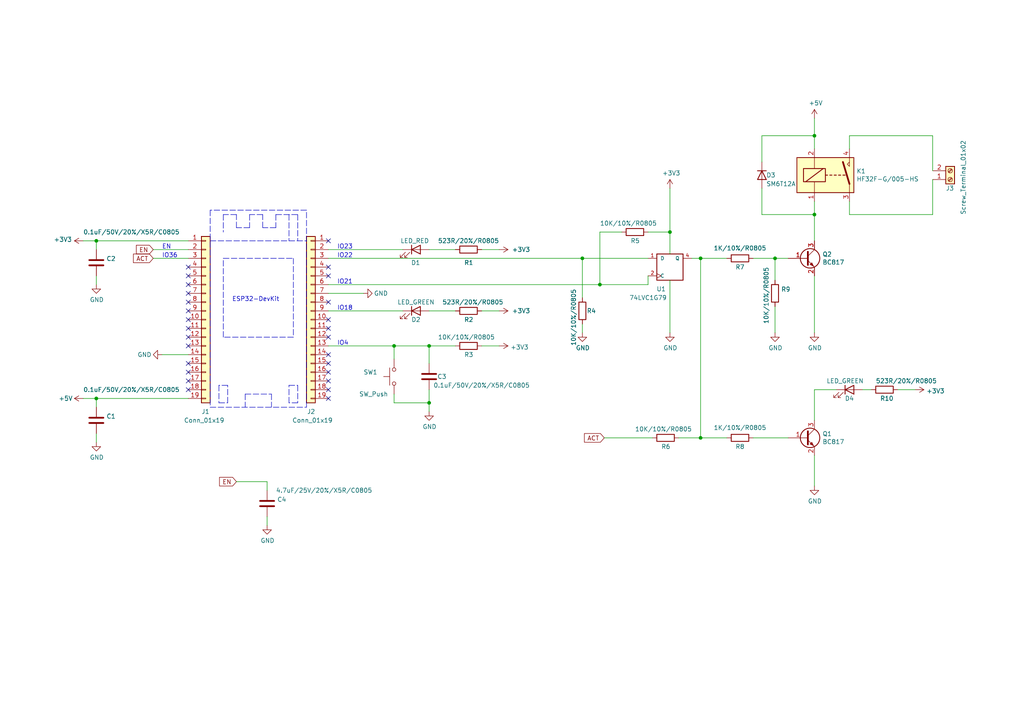
<source format=kicad_sch>
(kicad_sch (version 20211123) (generator eeschema)
  (paper "A4")
  (title_block (title "ENP-KIT-RL1") (date "2021-09-21") (rev "${git_tag}"))
  (lib_symbols
    (symbol "ENP-KIT-RL1-rescue:+3.3V-power" (power) (pin_names (offset 0))
      (property "Value" "+3.3V-power" (at 0 3.556 0))
      (symbol "+3.3V-power_0_1"
        (polyline (pts (xy -0.762 1.27) (xy 0 2.54)))
        (polyline (pts (xy 0 0) (xy 0 2.54)))
        (polyline (pts (xy 0 2.54) (xy 0.762 1.27)))
      )
      (symbol "+3.3V-power_1_1"
        (pin power_in line (at 0 0 90) (length 0) hide (name "+3V3") (number "1"))
      )
    )
    (symbol "ENP-KIT-RL1-rescue:+5V-power" (power) (pin_names (offset 0))
      (property "Value" "+5V-power" (at 0 3.556 0))
      (symbol "+5V-power_0_1"
        (polyline (pts (xy -0.762 1.27) (xy 0 2.54)))
        (polyline (pts (xy 0 0) (xy 0 2.54)))
        (polyline (pts (xy 0 2.54) (xy 0.762 1.27)))
      )
      (symbol "+5V-power_1_1"
        (pin power_in line (at 0 0 90) (length 0) hide (name "+5V") (number "1"))
      )
    )
    (symbol "ENP-KIT-RL1-rescue:74LVC1G79-74xGxx" (pin_names (offset 1.016))
      (property "Reference" "U" (at -2.54 5.08 0))
      (property "Value" "74LVC1G79-74xGxx" (at 0 -5.08 0))
      (symbol "74LVC1G79-74xGxx_0_1"
        (rectangle (start -3.81 3.81) (end 3.81 -3.81) (stroke (width 0.254)))
      )
      (symbol "74LVC1G79-74xGxx_1_1"
        (pin input line (at -6.35 2.54 0) (length 2.54) (name "D") (number "1"))
        (pin input clock (at -6.35 -2.54 0) (length 2.54) (name "C") (number "2"))
        (pin power_in line (at 0 -3.81 270) (length 0) hide (name "GND") (number "3"))
        (pin output line (at 6.35 2.54 180) (length 2.54) (name "Q") (number "4"))
        (pin power_in line (at 0 3.81 90) (length 0) hide (name "VCC") (number "5"))
      )
    )
    (symbol "ENP-KIT-RL1-rescue:BC817-Transistor_BJT" (pin_names (offset 0) hide)
      (property "Reference" "Q" (at 5.08 1.905 0))
      (property "Value" "BC817-Transistor_BJT" (at 5.08 0 0))
      (symbol "BC817-Transistor_BJT_0_1"
        (polyline (pts (xy 0.635 0.635) (xy 2.54 2.54)))
        (polyline (pts (xy 0.635 -0.635) (xy 2.54 -2.54) (xy 2.54 -2.54)))
        (polyline (pts (xy 0.635 1.905) (xy 0.635 -1.905) (xy 0.635 -1.905)) (stroke (width 0.508)))
        (polyline (pts (xy 1.27 -1.778) (xy 1.778 -1.27) (xy 2.286 -2.286) (xy 1.27 -1.778) (xy 1.27 -1.778)) (fill (type outline)))
        (circle (center 1.27 0) (radius 2.8194) (stroke (width 0.254)))
      )
      (symbol "BC817-Transistor_BJT_1_1"
        (pin input line (at -5.08 0 0) (length 5.715) (name "B") (number "1"))
        (pin passive line (at 2.54 -5.08 90) (length 2.54) (name "E") (number "2"))
        (pin passive line (at 2.54 5.08 270) (length 2.54) (name "C") (number "3"))
      )
    )
    (symbol "ENP-KIT-RL1-rescue:C-Device" (pin_numbers hide) (pin_names (offset 0.254))
      (property "Reference" "C" (at 0.635 2.54 0))
      (property "Value" "C-Device" (at 0.635 -2.54 0))
      (symbol "C-Device_0_1"
        (polyline (pts (xy -2.032 -0.762) (xy 2.032 -0.762)) (stroke (width 0.508)))
        (polyline (pts (xy -2.032 0.762) (xy 2.032 0.762)) (stroke (width 0.508)))
      )
      (symbol "C-Device_1_1"
        (pin passive line (at 0 3.81 270) (length 2.794) (name "~") (number "1"))
        (pin passive line (at 0 -3.81 90) (length 2.794) (name "~") (number "2"))
      )
    )
    (symbol "ENP-KIT-RL1-rescue:Conn_01x19-Connector_Generic" (pin_names (offset 1.016) hide)
      (property "Reference" "J" (at 0 25.4 0))
      (property "Value" "Conn_01x19-Connector_Generic" (at 0 -25.4 0))
      (symbol "Conn_01x19-Connector_Generic_1_1"
        (rectangle (start -1.27 -22.733) (end 0 -22.987) (stroke (width 0.1524)))
        (rectangle (start -1.27 -20.193) (end 0 -20.447) (stroke (width 0.1524)))
        (rectangle (start -1.27 -17.653) (end 0 -17.907) (stroke (width 0.1524)))
        (rectangle (start -1.27 -15.113) (end 0 -15.367) (stroke (width 0.1524)))
        (rectangle (start -1.27 -12.573) (end 0 -12.827) (stroke (width 0.1524)))
        (rectangle (start -1.27 -10.033) (end 0 -10.287) (stroke (width 0.1524)))
        (rectangle (start -1.27 -7.493) (end 0 -7.747) (stroke (width 0.1524)))
        (rectangle (start -1.27 -4.953) (end 0 -5.207) (stroke (width 0.1524)))
        (rectangle (start -1.27 -2.413) (end 0 -2.667) (stroke (width 0.1524)))
        (rectangle (start -1.27 0.127) (end 0 -0.127) (stroke (width 0.1524)))
        (rectangle (start -1.27 2.667) (end 0 2.413) (stroke (width 0.1524)))
        (rectangle (start -1.27 5.207) (end 0 4.953) (stroke (width 0.1524)))
        (rectangle (start -1.27 7.747) (end 0 7.493) (stroke (width 0.1524)))
        (rectangle (start -1.27 10.287) (end 0 10.033) (stroke (width 0.1524)))
        (rectangle (start -1.27 12.827) (end 0 12.573) (stroke (width 0.1524)))
        (rectangle (start -1.27 15.367) (end 0 15.113) (stroke (width 0.1524)))
        (rectangle (start -1.27 17.907) (end 0 17.653) (stroke (width 0.1524)))
        (rectangle (start -1.27 20.447) (end 0 20.193) (stroke (width 0.1524)))
        (rectangle (start -1.27 22.987) (end 0 22.733) (stroke (width 0.1524)))
        (rectangle (start -1.27 24.13) (end 1.27 -24.13) (stroke (width 0.254)) (fill (type background)))
        (pin passive line (at -5.08 22.86 0) (length 3.81) (name "Pin_1") (number "1"))
        (pin passive line (at -5.08 0 0) (length 3.81) (name "Pin_10") (number "10"))
        (pin passive line (at -5.08 -2.54 0) (length 3.81) (name "Pin_11") (number "11"))
        (pin passive line (at -5.08 -5.08 0) (length 3.81) (name "Pin_12") (number "12"))
        (pin passive line (at -5.08 -7.62 0) (length 3.81) (name "Pin_13") (number "13"))
        (pin passive line (at -5.08 -10.16 0) (length 3.81) (name "Pin_14") (number "14"))
        (pin passive line (at -5.08 -12.7 0) (length 3.81) (name "Pin_15") (number "15"))
        (pin passive line (at -5.08 -15.24 0) (length 3.81) (name "Pin_16") (number "16"))
        (pin passive line (at -5.08 -17.78 0) (length 3.81) (name "Pin_17") (number "17"))
        (pin passive line (at -5.08 -20.32 0) (length 3.81) (name "Pin_18") (number "18"))
        (pin passive line (at -5.08 -22.86 0) (length 3.81) (name "Pin_19") (number "19"))
        (pin passive line (at -5.08 20.32 0) (length 3.81) (name "Pin_2") (number "2"))
        (pin passive line (at -5.08 17.78 0) (length 3.81) (name "Pin_3") (number "3"))
        (pin passive line (at -5.08 15.24 0) (length 3.81) (name "Pin_4") (number "4"))
        (pin passive line (at -5.08 12.7 0) (length 3.81) (name "Pin_5") (number "5"))
        (pin passive line (at -5.08 10.16 0) (length 3.81) (name "Pin_6") (number "6"))
        (pin passive line (at -5.08 7.62 0) (length 3.81) (name "Pin_7") (number "7"))
        (pin passive line (at -5.08 5.08 0) (length 3.81) (name "Pin_8") (number "8"))
        (pin passive line (at -5.08 2.54 0) (length 3.81) (name "Pin_9") (number "9"))
      )
    )
    (symbol "ENP-KIT-RL1-rescue:D-Device" (pin_numbers hide) (pin_names (offset 1.016) hide)
      (property "Reference" "D" (at 0 2.54 0))
      (property "Value" "D-Device" (at 0 -2.54 0))
      (symbol "D-Device_0_1"
        (polyline (pts (xy -1.27 1.27) (xy -1.27 -1.27)) (stroke (width 0.254)))
        (polyline (pts (xy 1.27 0) (xy -1.27 0)))
        (polyline (pts (xy 1.27 1.27) (xy 1.27 -1.27) (xy -1.27 0) (xy 1.27 1.27)) (stroke (width 0.254)))
      )
      (symbol "D-Device_1_1"
        (pin passive line (at -3.81 0 0) (length 2.54) (name "K") (number "1"))
        (pin passive line (at 3.81 0 180) (length 2.54) (name "A") (number "2"))
      )
    )
    (symbol "ENP-KIT-RL1-rescue:GND-power" (power) (pin_names (offset 0))
      (property "Value" "GND-power" (at 0 -3.81 0))
      (symbol "GND-power_0_1"
        (polyline (pts (xy 0 0) (xy 0 -1.27) (xy 1.27 -1.27) (xy 0 -2.54) (xy -1.27 -1.27) (xy 0 -1.27)))
      )
      (symbol "GND-power_1_1"
        (pin power_in line (at 0 0 270) (length 0) hide (name "GND") (number "1"))
      )
    )
    (symbol "ENP-KIT-RL1-rescue:LED-Device" (pin_numbers hide) (pin_names (offset 1.016) hide)
      (property "Reference" "D" (at 0 2.54 0))
      (property "Value" "LED-Device" (at 0 -2.54 0))
      (symbol "LED-Device_0_1"
        (polyline (pts (xy -1.27 -1.27) (xy -1.27 1.27)) (stroke (width 0.254)))
        (polyline (pts (xy -1.27 0) (xy 1.27 0)))
        (polyline (pts (xy 1.27 -1.27) (xy 1.27 1.27) (xy -1.27 0) (xy 1.27 -1.27)) (stroke (width 0.254)))
        (polyline (pts (xy -3.048 -0.762) (xy -4.572 -2.286) (xy -3.81 -2.286) (xy -4.572 -2.286) (xy -4.572 -1.524)))
        (polyline (pts (xy -1.778 -0.762) (xy -3.302 -2.286) (xy -2.54 -2.286) (xy -3.302 -2.286) (xy -3.302 -1.524)))
      )
      (symbol "LED-Device_1_1"
        (pin passive line (at -3.81 0 0) (length 2.54) (name "K") (number "1"))
        (pin passive line (at 3.81 0 180) (length 2.54) (name "A") (number "2"))
      )
    )
    (symbol "ENP-KIT-RL1-rescue:R-Device" (pin_numbers hide) (pin_names (offset 0))
      (property "Reference" "R" (at 2.032 0 90))
      (property "Value" "R-Device" (at 0 0 90))
      (symbol "R-Device_0_1"
        (rectangle (start -1.016 -2.54) (end 1.016 2.54) (stroke (width 0.254)))
      )
      (symbol "R-Device_1_1"
        (pin passive line (at 0 3.81 270) (length 1.27) (name "~") (number "1"))
        (pin passive line (at 0 -3.81 90) (length 1.27) (name "~") (number "2"))
      )
    )
    (symbol "ENP-KIT-RL1-rescue:SW_Push-Switch" (pin_numbers hide) (pin_names (offset 1.016) hide)
      (property "Reference" "SW" (at 1.27 2.54 0))
      (property "Value" "SW_Push-Switch" (at 0 -1.524 0))
      (symbol "SW_Push-Switch_0_1"
        (circle (center -2.032 0) (radius 0.508))
        (polyline (pts (xy 0 1.27) (xy 0 3.048)))
        (polyline (pts (xy 2.54 1.27) (xy -2.54 1.27)))
        (circle (center 2.032 0) (radius 0.508))
        (pin passive line (at -5.08 0 0) (length 2.54) (name "1") (number "1"))
        (pin passive line (at 5.08 0 180) (length 2.54) (name "2") (number "2"))
      )
    )
    (symbol "ENP-KIT-RL1-rescue:Screw_Terminal_01x02-Connector" (pin_names (offset 1.016) hide)
      (property "Reference" "J" (at 0 2.54 0))
      (property "Value" "Screw_Terminal_01x02-Connector" (at 0 -5.08 0))
      (symbol "Screw_Terminal_01x02-Connector_1_1"
        (rectangle (start -1.27 1.27) (end 1.27 -3.81) (stroke (width 0.254)) (fill (type background)))
        (circle (center 0 -2.54) (radius 0.635) (stroke (width 0.1524)))
        (polyline (pts (xy -0.5334 -2.2098) (xy 0.3302 -3.048)) (stroke (width 0.1524)))
        (polyline (pts (xy -0.5334 0.3302) (xy 0.3302 -0.508)) (stroke (width 0.1524)))
        (polyline (pts (xy -0.3556 -2.032) (xy 0.508 -2.8702)) (stroke (width 0.1524)))
        (polyline (pts (xy -0.3556 0.508) (xy 0.508 -0.3302)) (stroke (width 0.1524)))
        (circle (center 0 0) (radius 0.635) (stroke (width 0.1524)))
        (pin passive line (at -5.08 0 0) (length 3.81) (name "Pin_1") (number "1"))
        (pin passive line (at -5.08 -2.54 0) (length 3.81) (name "Pin_2") (number "2"))
      )
    )
    (symbol "ENP-KIT-RL1-rescue:UMS05-1A80-75L-Relay"
      (property "Reference" "K" (at 7.62 3.81 0))
      (property "Value" "UMS05-1A80-75L-Relay" (at 7.62 1.27 0))
      (symbol "UMS05-1A80-75L-Relay_0_0"
        (polyline (pts (xy 5.08 5.08) (xy 5.08 2.54) (xy 4.445 3.175) (xy 5.08 3.81)))
      )
      (symbol "UMS05-1A80-75L-Relay_0_1"
        (rectangle (start -10.16 5.08) (end 6.35 -5.08) (stroke (width 0.254)) (fill (type background)))
        (rectangle (start -8.255 1.905) (end -1.905 -1.905) (stroke (width 0.254)))
        (polyline (pts (xy -7.62 -1.905) (xy -2.54 1.905)) (stroke (width 0.254)))
        (polyline (pts (xy -5.08 -5.08) (xy -5.08 -1.905)))
        (polyline (pts (xy -5.08 5.08) (xy -5.08 1.905)))
        (polyline (pts (xy -1.905 0) (xy -1.27 0)) (stroke (width 0.254)))
        (polyline (pts (xy -0.635 0) (xy 0 0)) (stroke (width 0.254)))
        (polyline (pts (xy 0.635 0) (xy 1.27 0)) (stroke (width 0.254)))
        (polyline (pts (xy 1.905 0) (xy 2.54 0)) (stroke (width 0.254)))
        (polyline (pts (xy 3.175 0) (xy 3.81 0)) (stroke (width 0.254)))
        (polyline (pts (xy 5.08 -2.54) (xy 3.175 3.81)) (stroke (width 0.508)))
        (polyline (pts (xy 5.08 -2.54) (xy 5.08 -5.08)))
      )
      (symbol "UMS05-1A80-75L-Relay_1_1"
        (pin passive line (at -5.08 -7.62 90) (length 2.54) (name "~") (number "1"))
        (pin passive line (at -5.08 7.62 270) (length 2.54) (name "~") (number "2"))
        (pin passive line (at 5.08 -7.62 90) (length 2.54) (name "~") (number "3"))
        (pin passive line (at 5.08 7.62 270) (length 2.54) (name "~") (number "4"))
      )
    )
  )
  (junction (at 27.94 69.85))
  (junction (at 124.46 100.33))
  (junction (at 236.22 39.37))
  (junction (at 114.3 100.33))
  (junction (at 203.2 127))
  (junction (at 224.79 74.93))
  (junction (at 236.22 62.23))
  (junction (at 168.91 74.93))
  (junction (at 27.94 115.57))
  (junction (at 124.46 116.84))
  (junction (at 203.2 74.93))
  (junction (at 194.31 67.31))
  (junction (at 173.99 82.55))
  (no_connect (at 95.25 113.03))
  (no_connect (at 95.25 92.71))
  (no_connect (at 54.61 85.09))
  (no_connect (at 95.25 77.47))
  (no_connect (at 95.25 87.63))
  (no_connect (at 54.61 110.49))
  (no_connect (at 95.25 80.01))
  (no_connect (at 54.61 107.95))
  (no_connect (at 54.61 97.79))
  (no_connect (at 95.25 107.95))
  (no_connect (at 54.61 92.71))
  (no_connect (at 54.61 100.33))
  (no_connect (at 95.25 110.49))
  (no_connect (at 54.61 80.01))
  (no_connect (at 95.25 97.79))
  (no_connect (at 54.61 77.47))
  (no_connect (at 95.25 115.57))
  (no_connect (at 54.61 95.25))
  (no_connect (at 54.61 87.63))
  (no_connect (at 54.61 82.55))
  (no_connect (at 95.25 105.41))
  (no_connect (at 54.61 113.03))
  (no_connect (at 54.61 105.41))
  (no_connect (at 95.25 69.85))
  (no_connect (at 95.25 102.87))
  (no_connect (at 95.25 95.25))
  (no_connect (at 54.61 90.17))
  (polyline (pts (xy 68.58 66.04) (xy 68.58 62.23)))
  (wire (pts (xy 168.91 74.93) (xy 187.96 74.93)))
  (wire (pts (xy 144.78 90.17) (xy 139.7 90.17)))
  (wire (pts (xy 114.3 104.14) (xy 114.3 100.33)))
  (polyline (pts (xy 64.77 62.23) (xy 64.77 67.31)))
  (wire (pts (xy 95.25 90.17) (xy 116.84 90.17)))
  (wire (pts (xy 114.3 116.84) (xy 124.46 116.84)))
  (wire (pts (xy 220.98 62.23) (xy 236.22 62.23)))
  (wire (pts (xy 95.25 74.93) (xy 168.91 74.93)))
  (polyline (pts (xy 78.74 114.3) (xy 78.74 118.11)))
  (wire (pts (xy 168.91 96.52) (xy 168.91 93.98)))
  (wire (pts (xy 265.43 113.03) (xy 260.35 113.03)))
  (polyline (pts (xy 76.2 66.04) (xy 76.2 62.23)))
  (wire (pts (xy 144.78 72.39) (xy 139.7 72.39)))
  (wire (pts (xy 236.22 96.52) (xy 236.22 80.01)))
  (polyline (pts (xy 71.12 114.3) (xy 78.74 114.3)))
  (wire (pts (xy 175.26 127) (xy 189.23 127)))
  (wire (pts (xy 27.94 115.57) (xy 54.61 115.57)))
  (wire (pts (xy 187.96 80.01) (xy 187.96 82.55)))
  (polyline (pts (xy 63.5 116.84) (xy 66.04 116.84)))
  (polyline (pts (xy 80.01 62.23) (xy 80.01 66.04)))
  (polyline (pts (xy 60.96 60.96) (xy 60.96 118.11)))
  (wire (pts (xy 27.94 69.85) (xy 27.94 72.39)))
  (polyline (pts (xy 86.36 111.76) (xy 86.36 116.84)))
  (wire (pts (xy 95.25 82.55) (xy 173.99 82.55)))
  (wire (pts (xy 203.2 127) (xy 210.82 127)))
  (wire (pts (xy 124.46 116.84) (xy 124.46 113.03)))
  (wire (pts (xy 46.99 102.87) (xy 54.61 102.87)))
  (wire (pts (xy 220.98 46.99) (xy 220.98 39.37)))
  (wire (pts (xy 95.25 85.09) (xy 105.41 85.09)))
  (wire (pts (xy 236.22 34.29) (xy 236.22 39.37)))
  (polyline (pts (xy 86.36 116.84) (xy 83.82 116.84)))
  (wire (pts (xy 224.79 88.9) (xy 224.79 96.52)))
  (polyline (pts (xy 60.96 69.85) (xy 88.9 69.85)))
  (polyline (pts (xy 83.82 62.23) (xy 83.82 69.85)))
  (wire (pts (xy 24.13 69.85) (xy 27.94 69.85)))
  (wire (pts (xy 224.79 74.93) (xy 228.6 74.93)))
  (wire (pts (xy 194.31 96.52) (xy 194.31 81.28)))
  (wire (pts (xy 270.51 39.37) (xy 270.51 49.53)))
  (polyline (pts (xy 88.9 118.11) (xy 88.9 60.96)))
  (polyline (pts (xy 80.01 66.04) (xy 76.2 66.04)))
  (polyline (pts (xy 80.01 62.23) (xy 86.36 62.23)))
  (wire (pts (xy 77.47 139.7) (xy 77.47 142.24)))
  (wire (pts (xy 236.22 62.23) (xy 236.22 69.85)))
  (polyline (pts (xy 76.2 62.23) (xy 72.39 62.23)))
  (wire (pts (xy 218.44 74.93) (xy 224.79 74.93)))
  (wire (pts (xy 236.22 113.03) (xy 242.57 113.03)))
  (wire (pts (xy 173.99 82.55) (xy 187.96 82.55)))
  (polyline (pts (xy 68.58 62.23) (xy 64.77 62.23)))
  (polyline (pts (xy 60.96 118.11) (xy 88.9 118.11)))
  (polyline (pts (xy 64.77 74.93) (xy 85.09 74.93)))
  (polyline (pts (xy 63.5 111.76) (xy 63.5 116.84)))
  (wire (pts (xy 27.94 115.57) (xy 27.94 118.11)))
  (wire (pts (xy 132.08 72.39) (xy 124.46 72.39)))
  (wire (pts (xy 246.38 39.37) (xy 270.51 39.37)))
  (wire (pts (xy 194.31 54.61) (xy 194.31 67.31)))
  (wire (pts (xy 124.46 100.33) (xy 132.08 100.33)))
  (wire (pts (xy 114.3 114.3) (xy 114.3 116.84)))
  (wire (pts (xy 168.91 74.93) (xy 168.91 86.36)))
  (wire (pts (xy 218.44 127) (xy 228.6 127)))
  (wire (pts (xy 27.94 125.73) (xy 27.94 128.27)))
  (polyline (pts (xy 88.9 60.96) (xy 60.96 60.96)))
  (wire (pts (xy 187.96 67.31) (xy 194.31 67.31)))
  (wire (pts (xy 236.22 39.37) (xy 236.22 43.18)))
  (wire (pts (xy 124.46 105.41) (xy 124.46 100.33)))
  (wire (pts (xy 246.38 62.23) (xy 270.51 62.23)))
  (wire (pts (xy 44.45 72.39) (xy 54.61 72.39)))
  (polyline (pts (xy 71.12 114.3) (xy 71.12 118.11)))
  (wire (pts (xy 77.47 149.86) (xy 77.47 152.4)))
  (wire (pts (xy 68.58 139.7) (xy 77.47 139.7)))
  (polyline (pts (xy 85.09 74.93) (xy 85.09 97.79)))
  (wire (pts (xy 95.25 72.39) (xy 116.84 72.39)))
  (wire (pts (xy 236.22 58.42) (xy 236.22 62.23)))
  (polyline (pts (xy 64.77 97.79) (xy 64.77 74.93)))
  (wire (pts (xy 220.98 54.61) (xy 220.98 62.23)))
  (wire (pts (xy 220.98 39.37) (xy 236.22 39.37)))
  (wire (pts (xy 44.45 74.93) (xy 54.61 74.93)))
  (wire (pts (xy 224.79 81.28) (xy 224.79 74.93)))
  (polyline (pts (xy 83.82 111.76) (xy 86.36 111.76)))
  (polyline (pts (xy 66.04 116.84) (xy 66.04 111.76)))
  (wire (pts (xy 203.2 74.93) (xy 210.82 74.93)))
  (polyline (pts (xy 66.04 111.76) (xy 63.5 111.76)))
  (wire (pts (xy 173.99 67.31) (xy 173.99 82.55)))
  (wire (pts (xy 236.22 140.97) (xy 236.22 132.08)))
  (wire (pts (xy 144.78 100.33) (xy 139.7 100.33)))
  (wire (pts (xy 124.46 119.38) (xy 124.46 116.84)))
  (wire (pts (xy 236.22 113.03) (xy 236.22 121.92)))
  (wire (pts (xy 24.13 115.57) (xy 27.94 115.57)))
  (wire (pts (xy 27.94 69.85) (xy 54.61 69.85)))
  (wire (pts (xy 252.73 113.03) (xy 250.19 113.03)))
  (wire (pts (xy 246.38 58.42) (xy 246.38 62.23)))
  (polyline (pts (xy 85.09 97.79) (xy 64.77 97.79)))
  (wire (pts (xy 200.66 74.93) (xy 203.2 74.93)))
  (polyline (pts (xy 72.39 62.23) (xy 72.39 66.04)))
  (polyline (pts (xy 72.39 66.04) (xy 68.58 66.04)))
  (wire (pts (xy 173.99 67.31) (xy 180.34 67.31)))
  (polyline (pts (xy 86.36 62.23) (xy 86.36 69.85)))
  (wire (pts (xy 27.94 80.01) (xy 27.94 82.55)))
  (polyline (pts (xy 83.82 116.84) (xy 83.82 111.76)))
  (wire (pts (xy 270.51 62.23) (xy 270.51 52.07)))
  (wire (pts (xy 132.08 90.17) (xy 124.46 90.17)))
  (wire (pts (xy 203.2 74.93) (xy 203.2 127)))
  (wire (pts (xy 246.38 43.18) (xy 246.38 39.37)))
  (wire (pts (xy 194.31 67.31) (xy 194.31 73.66)))
  (wire (pts (xy 114.3 100.33) (xy 124.46 100.33)))
  (wire (pts (xy 95.25 100.33) (xy 114.3 100.33)))
  (wire (pts (xy 196.85 127) (xy 203.2 127)))
  (text "IO18" (at 97.79 90.17 0) (effects (font (size 1.27 1.27)) (justify left bottom)))
  (text "IO23" (at 97.79 72.39 0) (effects (font (size 1.27 1.27)) (justify left bottom)))
  (text "IO21" (at 97.79 82.55 0) (effects (font (size 1.27 1.27)) (justify left bottom)))
  (text "IO22" (at 97.79 74.93 0) (effects (font (size 1.27 1.27)) (justify left bottom)))
  (text "IO36" (at 46.99 74.93 0) (effects (font (size 1.27 1.27)) (justify left bottom)))
  (text "EN" (at 46.99 72.39 0) (effects (font (size 1.27 1.27)) (justify left bottom)))
  (text "ESP32-DevKit" (at 67.31 87.63 0) (effects (font (size 1.27 1.27)) (justify left bottom)))
  (text "IO4" (at 97.79 100.33 0) (effects (font (size 1.27 1.27)) (justify left bottom)))
  (global_label "EN" (shape input) (at 44.45 72.39 180) (property "Intersheet References" "${INTERSHEET_REFS}" (effects hide)))
  (global_label "ACT" (shape input) (at 44.45 74.93 180) (property "Intersheet References" "${INTERSHEET_REFS}" (effects hide)))
  (global_label "EN" (shape input) (at 68.58 139.7 180) (property "Intersheet References" "${INTERSHEET_REFS}" (effects hide)))
  (global_label "ACT" (shape input) (at 175.26 127 180) (property "Intersheet References" "${INTERSHEET_REFS}" (effects hide)))
  (symbol (lib_id "ENP-KIT-RL1-rescue:UMS05-1A80-75L-Relay") (at 241.3 50.8 0) (unit 1)
    (property "Reference" "K1" (at 248.412 49.6316 0) (effects (justify left)))
    (property "Value" "HF32F-G/005-HS" (at 248.412 51.943 0) (effects (justify left)))
    (property "Footprint" "Enapter_lib:HF32F-G" (effects hide))
    (property "Datasheet" "https://static.chipdip.ru/lib/128/DOC004128225.pdf" (effects hide))
    (property "Part number" "HF32F-G/005-HS" (effects hide))
    (property "JLCPCB Part #" "C74541" (effects hide))
  )
  (symbol (lib_id "ENP-KIT-RL1-rescue:74LVC1G79-74xGxx") (at 194.31 77.47 0) (unit 1)
    (property "Reference" "U1" (at 191.77 83.82 0))
    (property "Value" "74LVC1G79" (at 187.96 86.36 0))
    (property "Footprint" "Package_TO_SOT_SMD:SOT-23-5" (effects hide))
    (property "Datasheet" "https://www.ti.com/lit/ds/symlink/sn74lvc1g79.pdf" (effects hide))
    (property "Part number" "SN74LVC1G79DBV" (effects hide))
    (property "JLCPCB Part #" "C42878" (effects hide))
  )
  (symbol (lib_id "ENP-KIT-RL1-rescue:GND-power") (at 194.31 96.52 0) (unit 1)
    (property "Reference" "#PWR017" (effects hide))
    (property "Value" "GND" (at 194.437 100.9142 0))
  )
  (symbol (lib_id "ENP-KIT-RL1-rescue:+5V-power") (at 236.22 34.29 0) (unit 1)
    (property "Reference" "#PWR020" (effects hide))
    (property "Value" "+5V" (at 236.601 29.8958 0))
  )
  (symbol (lib_id "ENP-KIT-RL1-rescue:GND-power") (at 236.22 96.52 0) (unit 1)
    (property "Reference" "#PWR021" (effects hide))
    (property "Value" "GND" (at 236.347 100.9142 0))
  )
  (symbol (lib_id "ENP-KIT-RL1-rescue:D-Device") (at 220.98 50.8 270) (unit 1)
    (property "Reference" "D3" (at 222.25 50.8 90) (effects (justify left)))
    (property "Value" "SM6T12A" (at 222.25 53.34 90) (effects (justify left)))
    (property "Footprint" "Diode_SMD:D_SMB" (effects hide))
    (property "Datasheet" "https://www.st.com/resource/en/datasheet/sm6t12a.pdf" (effects hide))
    (property "Part number" "SM6T12A" (effects hide))
    (property "JLCPCB Part #" "C113981" (effects hide))
  )
  (symbol (lib_id "ENP-KIT-RL1-rescue:Conn_01x19-Connector_Generic") (at 59.69 92.71 0) (unit 1)
    (property "Reference" "J1" (at 58.42 119.38 0) (effects (justify left)))
    (property "Value" "Conn_01x19" (at 53.34 121.92 0) (effects (justify left)))
    (property "Footprint" "Connector_PinSocket_2.54mm:PinSocket_1x19_P2.54mm_Vertical" (effects hide))
    (property "Datasheet" "http://outer.connfly.group/static/upload/file/pdf/DS1023-01.pdf" (effects hide))
    (property "Part number" "PBS-19 (DS1023-1*19SF1)" (effects hide))
    (property "JLCPCB Part #" "C319202" (effects hide))
  )
  (symbol (lib_id "ENP-KIT-RL1-rescue:R-Device") (at 224.79 85.09 0) (unit 1)
    (property "Reference" "R9" (at 226.568 83.9216 0) (effects (justify left)))
    (property "Value" "10K/10%/R0805" (at 222.25 93.98 90) (effects (justify left)))
    (property "Footprint" "Resistor_SMD:R_0805_2012Metric" (effects hide))
    (property "Part number" "RC0805FR-0710KL" (effects hide))
    (property "JLCPCB Part #" "C17414" (effects hide))
  )
  (symbol (lib_id "ENP-KIT-RL1-rescue:GND-power") (at 224.79 96.52 0) (unit 1)
    (property "Reference" "#PWR018" (effects hide))
    (property "Value" "GND" (at 224.917 100.9142 0))
  )
  (symbol (lib_id "ENP-KIT-RL1-rescue:GND-power") (at 168.91 96.52 0) (unit 1)
    (property "Reference" "#PWR014" (effects hide))
    (property "Value" "GND" (at 169.037 100.9142 0))
  )
  (symbol (lib_id "ENP-KIT-RL1-rescue:Conn_01x19-Connector_Generic") (at 90.17 92.71 0) (mirror y) (unit 1)
    (property "Reference" "J2" (at 91.44 119.38 0) (effects (justify left)))
    (property "Value" "Conn_01x19" (at 96.52 121.92 0) (effects (justify left)))
    (property "Footprint" "Connector_PinSocket_2.54mm:PinSocket_1x19_P2.54mm_Vertical" (effects hide))
    (property "Datasheet" "http://outer.connfly.group/static/upload/file/pdf/DS1023-01.pdf" (effects hide))
    (property "Part number" "PBS-19 (DS1023-1*19SF1)" (effects hide))
    (property "JLCPCB Part #" "C319202" (effects hide))
  )
  (symbol (lib_id "ENP-KIT-RL1-rescue:R-Device") (at 184.15 67.31 270) (unit 1)
    (property "Reference" "R5" (at 182.88 69.85 90) (effects (justify left)))
    (property "Value" "10K/10%/R0805" (at 173.99 64.77 90) (effects (justify left)))
    (property "Footprint" "Resistor_SMD:R_0805_2012Metric" (effects hide))
    (property "Part number" "RC0805FR-0710KL" (effects hide))
    (property "JLCPCB Part #" "C17414" (effects hide))
  )
  (symbol (lib_id "ENP-KIT-RL1-rescue:R-Device") (at 168.91 90.17 0) (unit 1)
    (property "Reference" "R4" (at 170.18 90.17 0) (effects (justify left)))
    (property "Value" "10K/10%/R0805" (at 166.37 100.33 90) (effects (justify left)))
    (property "Footprint" "Resistor_SMD:R_0805_2012Metric" (effects hide))
    (property "Part number" "RC0805FR-0710KL" (effects hide))
    (property "JLCPCB Part #" "C17414" (effects hide))
  )
  (symbol (lib_id "ENP-KIT-RL1-rescue:R-Device") (at 214.63 74.93 270) (unit 1)
    (property "Reference" "R7" (at 214.63 77.47 90))
    (property "Value" "1K/10%/R0805" (at 214.63 71.9836 90))
    (property "Footprint" "Resistor_SMD:R_0805_2012Metric" (effects hide))
    (property "Part number" "RC0805FR-071KL" (effects hide))
    (property "JLCPCB Part #" "C269744" (effects hide))
  )
  (symbol (lib_id "ENP-KIT-RL1-rescue:C-Device") (at 27.94 121.92 0) (unit 1)
    (property "Reference" "C1" (at 30.861 120.7516 0) (effects (justify left)))
    (property "Value" "0.1uF/50V/20%/X5R/C0805" (at 24.13 113.03 0) (effects (justify left)))
    (property "Footprint" "Capacitor_SMD:C_0805_2012Metric" (effects hide))
    (property "Part number" "C0805C104M5RACTU" (effects hide))
    (property "JLCPCB Part #" "C286511" (effects hide))
  )
  (symbol (lib_id "ENP-KIT-RL1-rescue:GND-power") (at 27.94 128.27 0) (unit 1)
    (property "Reference" "#PWR02" (effects hide))
    (property "Value" "GND" (at 28.067 132.6642 0))
  )
  (symbol (lib_id "ENP-KIT-RL1-rescue:LED-Device") (at 246.38 113.03 0) (unit 1)
    (property "Reference" "D4" (at 246.38 115.57 0))
    (property "Value" "LED_GREEN" (at 245.11 110.49 0))
    (property "Footprint" "LED_SMD:LED_0805_2012Metric" (effects hide))
    (property "Datasheet" "https://ru.mouser.com/datasheet/2/216/APT2012ZGC-82438.pdf" (effects hide))
    (property "Part number" "APT2012ZGC" (effects hide))
    (property "JLCPCB Part #" "C2297" (effects hide))
  )
  (symbol (lib_id "ENP-KIT-RL1-rescue:BC817-Transistor_BJT") (at 233.68 74.93 0) (unit 1)
    (property "Reference" "Q2" (at 238.5314 73.7616 0) (effects (justify left)))
    (property "Value" "BC817" (at 238.5314 76.073 0) (effects (justify left)))
    (property "Footprint" "Package_TO_SOT_SMD:SOT-23" (effects hide))
    (property "Datasheet" "https://www.onsemi.com/pub/Collateral/BC818-D.pdf" (effects hide))
    (property "Part number" "BC817-16,215" (effects hide))
    (property "JLCPCB Part #" "C118725" (effects hide))
  )
  (symbol (lib_id "ENP-KIT-RL1-rescue:Screw_Terminal_01x02-Connector") (at 275.59 52.07 0) (mirror x) (unit 1)
    (property "Reference" "J3" (at 274.32 54.61 0) (effects (justify left)))
    (property "Value" "Screw_Terminal_01x02" (at 279.4 40.64 90) (effects (justify left)))
    (property "Footprint" "TerminalBlock_Phoenix:TerminalBlock_Phoenix_MKDS-1,5-2-5.08_1x02_P5.08mm_Horizontal" (effects hide))
    (property "Datasheet" "https://datasheet.lcsc.com/lcsc/2006231835_DEGSON-DG500-5.08-02P-14-00A-H_C691859.pdf" (effects hide))
    (property "Part number" "DG500-5.08-02P-14-00A(H)" (effects hide))
    (property "JLCPCB Part #" "C691859" (effects hide))
  )
  (symbol (lib_id "ENP-KIT-RL1-rescue:R-Device") (at 256.54 113.03 270) (unit 1)
    (property "Reference" "R10" (at 255.27 115.57 90) (effects (justify left)))
    (property "Value" "523R/20%/R0805" (at 254 110.49 90) (effects (justify left)))
    (property "Footprint" "Resistor_SMD:R_0805_2012Metric" (effects hide))
    (property "Part number" "RC0805FR-07523RL" (effects hide))
    (property "JLCPCB Part #" "C218615" (effects hide))
  )
  (symbol (lib_id "ENP-KIT-RL1-rescue:BC817-Transistor_BJT") (at 233.68 127 0) (unit 1)
    (property "Reference" "Q1" (at 238.5314 125.8316 0) (effects (justify left)))
    (property "Value" "BC817" (at 238.5314 128.143 0) (effects (justify left)))
    (property "Footprint" "Package_TO_SOT_SMD:SOT-23" (effects hide))
    (property "Datasheet" "https://www.onsemi.com/pub/Collateral/BC818-D.pdf" (effects hide))
    (property "Part number" "BC817-16,215" (effects hide))
    (property "JLCPCB Part #" "C118725" (effects hide))
  )
  (symbol (lib_id "ENP-KIT-RL1-rescue:GND-power") (at 236.22 140.97 0) (unit 1)
    (property "Reference" "#PWR019" (effects hide))
    (property "Value" "GND" (at 236.347 145.3642 0))
  )
  (symbol (lib_id "ENP-KIT-RL1-rescue:LED-Device") (at 120.65 90.17 0) (unit 1)
    (property "Reference" "D2" (at 120.65 92.71 0))
    (property "Value" "LED_GREEN" (at 120.65 87.63 0))
    (property "Footprint" "LED_SMD:LED_0805_2012Metric" (effects hide))
    (property "Datasheet" "https://ru.mouser.com/datasheet/2/216/APT2012ZGC-82438.pdf" (effects hide))
    (property "Part number" "APT2012ZGC" (effects hide))
    (property "JLCPCB Part #" "C2297" (effects hide))
  )
  (symbol (lib_id "ENP-KIT-RL1-rescue:LED-Device") (at 120.65 72.39 0) (unit 1)
    (property "Reference" "D1" (at 121.92 76.2 0) (effects (justify right)))
    (property "Value" "LED_RED" (at 124.46 69.85 0) (effects (justify right)))
    (property "Footprint" "LED_SMD:LED_0805_2012Metric" (effects hide))
    (property "Datasheet" "https://eu.mouser.com/datasheet/2/216/kingbright_apt2012surc-1173583.pdf" (effects hide))
    (property "Part number" "APT2012SURC" (effects hide))
    (property "JLCPCB Part #" "C84256" (effects hide))
  )
  (symbol (lib_id "ENP-KIT-RL1-rescue:SW_Push-Switch") (at 114.3 109.22 90) (unit 1)
    (property "Reference" "SW1" (at 105.41 107.95 90) (effects (justify right)))
    (property "Value" "SW_Push" (at 104.14 114.3 90) (effects (justify right)))
    (property "Footprint" "Button_Switch_SMD:SW_Push_1P1T_NO_6x6mm_H9.5mm" (effects hide))
    (property "Datasheet" "https://eu.mouser.com/datasheet/2/910/464_DTSMJ_6-1571536.pdf" (effects hide))
    (property "Part number" "DTSM-62Y-V-T/R" (effects hide))
    (property "JLCPCB Part #" "C2834922" (effects hide))
  )
  (symbol (lib_id "ENP-KIT-RL1-rescue:C-Device") (at 124.46 109.22 180) (unit 1)
    (property "Reference" "C3" (at 129.54 109.22 0) (effects (justify left)))
    (property "Value" "0.1uF/50V/20%/X5R/C0805" (at 153.67 111.76 0) (effects (justify left)))
    (property "Footprint" "Capacitor_SMD:C_0805_2012Metric" (effects hide))
    (property "Part number" "C0805C104M5RACTU" (effects hide))
    (property "JLCPCB Part #" "C286511" (effects hide))
  )
  (symbol (lib_id "ENP-KIT-RL1-rescue:R-Device") (at 135.89 100.33 270) (unit 1)
    (property "Reference" "R3" (at 134.62 102.87 90) (effects (justify left)))
    (property "Value" "10K/10%/R0805" (at 127 97.79 90) (effects (justify left)))
    (property "Footprint" "Resistor_SMD:R_0805_2012Metric" (effects hide))
    (property "Part number" "RC0805FR-0710KL" (effects hide))
    (property "JLCPCB Part #" "C17414" (effects hide))
  )
  (symbol (lib_id "ENP-KIT-RL1-rescue:GND-power") (at 124.46 119.38 0) (unit 1)
    (property "Reference" "#PWR010" (effects hide))
    (property "Value" "GND" (at 124.587 123.7742 0))
  )
  (symbol (lib_id "ENP-KIT-RL1-rescue:+3.3V-power") (at 144.78 100.33 270) (unit 1)
    (property "Reference" "#PWR013" (effects hide))
    (property "Value" "+3.3V" (at 148.0312 100.711 90) (effects (justify left)))
  )
  (symbol (lib_id "ENP-KIT-RL1-rescue:+3.3V-power") (at 144.78 72.39 270) (unit 1)
    (property "Reference" "#PWR011" (effects hide))
    (property "Value" "+3.3V" (at 151.13 72.39 90))
  )
  (symbol (lib_id "ENP-KIT-RL1-rescue:+3.3V-power") (at 144.78 90.17 270) (unit 1)
    (property "Reference" "#PWR012" (effects hide))
    (property "Value" "+3.3V" (at 151.13 90.17 90))
  )
  (symbol (lib_id "ENP-KIT-RL1-rescue:R-Device") (at 214.63 127 270) (unit 1)
    (property "Reference" "R8" (at 214.63 129.54 90))
    (property "Value" "1K/10%/R0805" (at 214.63 124.0536 90))
    (property "Footprint" "Resistor_SMD:R_0805_2012Metric" (effects hide))
    (property "Part number" "RC0805FR-071KL" (effects hide))
    (property "JLCPCB Part #" "C269744" (effects hide))
  )
  (symbol (lib_id "ENP-KIT-RL1-rescue:+3.3V-power") (at 194.31 54.61 0) (unit 1)
    (property "Reference" "#PWR016" (effects hide))
    (property "Value" "+3.3V" (at 194.691 50.2158 0))
  )
  (symbol (lib_id "ENP-KIT-RL1-rescue:+3.3V-power") (at 265.43 113.03 270) (unit 1)
    (property "Reference" "#PWR022" (effects hide))
    (property "Value" "+3.3V" (at 268.6812 113.411 90) (effects (justify left)))
  )
  (symbol (lib_id "ENP-KIT-RL1-rescue:C-Device") (at 27.94 76.2 0) (unit 1)
    (property "Reference" "C2" (at 30.861 75.0316 0) (effects (justify left)))
    (property "Value" "0.1uF/50V/20%/X5R/C0805" (at 24.13 67.31 0) (effects (justify left)))
    (property "Footprint" "Capacitor_SMD:C_0805_2012Metric" (effects hide))
    (property "Part number" "C0805C104M5RACTU" (effects hide))
    (property "JLCPCB Part #" "C286511" (effects hide))
  )
  (symbol (lib_id "ENP-KIT-RL1-rescue:GND-power") (at 27.94 82.55 0) (unit 1)
    (property "Reference" "#PWR07" (effects hide))
    (property "Value" "GND" (at 28.067 86.9442 0))
  )
  (symbol (lib_id "ENP-KIT-RL1-rescue:R-Device") (at 193.04 127 270) (unit 1)
    (property "Reference" "R6" (at 191.77 129.54 90) (effects (justify left)))
    (property "Value" "10K/10%/R0805" (at 184.15 124.46 90) (effects (justify left)))
    (property "Footprint" "Resistor_SMD:R_0805_2012Metric" (effects hide))
    (property "Part number" "RC0805FR-0710KL" (effects hide))
    (property "JLCPCB Part #" "C17414" (effects hide))
  )
  (symbol (lib_id "ENP-KIT-RL1-rescue:+5V-power") (at 24.13 115.57 90) (unit 1)
    (property "Reference" "#PWR05" (effects hide))
    (property "Value" "+5V" (at 19.05 115.57 90))
  )
  (symbol (lib_id "ENP-KIT-RL1-rescue:+3.3V-power") (at 24.13 69.85 90) (unit 1)
    (property "Reference" "#PWR03" (effects hide))
    (property "Value" "+3.3V" (at 20.8788 69.469 90) (effects (justify left)))
  )
  (symbol (lib_id "ENP-KIT-RL1-rescue:GND-power") (at 46.99 102.87 270) (unit 1)
    (property "Reference" "#PWR04" (effects hide))
    (property "Value" "GND" (at 41.91 102.87 90))
  )
  (symbol (lib_id "ENP-KIT-RL1-rescue:GND-power") (at 105.41 85.09 90) (unit 1)
    (property "Reference" "#PWR09" (effects hide))
    (property "Value" "GND" (at 110.49 85.09 90))
  )
  (symbol (lib_id "ENP-KIT-RL1-rescue:R-Device") (at 135.89 72.39 270) (unit 1)
    (property "Reference" "R1" (at 134.62 76.2 90) (effects (justify left)))
    (property "Value" "523R/20%/R0805" (at 127 69.85 90) (effects (justify left)))
    (property "Footprint" "Resistor_SMD:R_0805_2012Metric" (effects hide))
    (property "Part number" "RC0805FR-07523RL" (effects hide))
    (property "JLCPCB Part #" "C218615" (effects hide))
  )
  (symbol (lib_id "ENP-KIT-RL1-rescue:R-Device") (at 135.89 90.17 270) (unit 1)
    (property "Reference" "R2" (at 134.62 92.71 90) (effects (justify left)))
    (property "Value" "523R/20%/R0805" (at 128.27 87.63 90) (effects (justify left)))
    (property "Footprint" "Resistor_SMD:R_0805_2012Metric" (effects hide))
    (property "Part number" "RC0805FR-07523RL" (effects hide))
    (property "JLCPCB Part #" "C218615" (effects hide))
  )
  (symbol (lib_id "ENP-KIT-RL1-rescue:C-Device") (at 77.47 146.05 0) (unit 1)
    (property "Reference" "C4" (at 80.391 144.8816 0) (effects (justify left)))
    (property "Value" "4.7uF/25V/20%/X5R/C0805" (at 80.01 142.24 0) (effects (justify left)))
    (property "Footprint" "Capacitor_SMD:C_0805_2012Metric" (effects hide))
    (property "Part number" "CL21A475KAQNNNG" (effects hide))
    (property "JLCPCB Part #" "C1779" (effects hide))
  )
  (symbol (lib_id "ENP-KIT-RL1-rescue:GND-power") (at 77.47 152.4 0) (unit 1)
    (property "Reference" "#PWR0101" (effects hide))
    (property "Value" "GND" (at 77.597 156.7942 0))
  )
)
</source>
